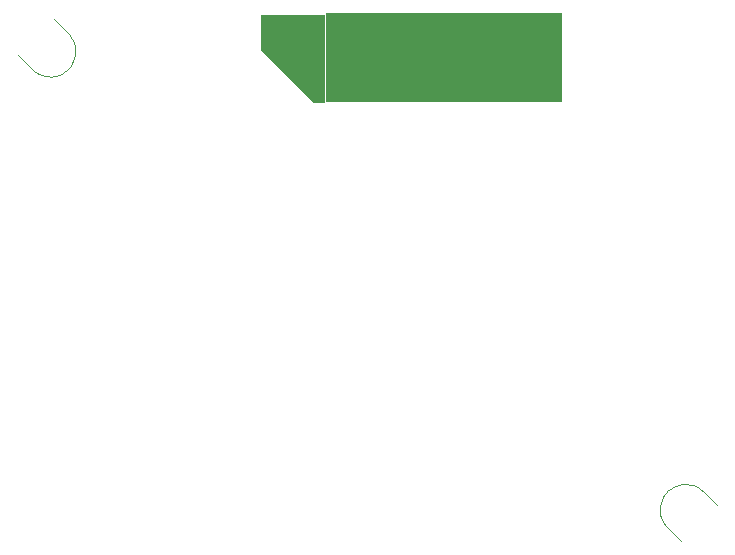
<source format=gko>
G04*
G04 #@! TF.GenerationSoftware,Altium Limited,Altium Designer,21.6.1 (37)*
G04*
G04 Layer_Color=16711935*
%FSLAX44Y44*%
%MOMM*%
G71*
G04*
G04 #@! TF.SameCoordinates,7F95C58A-CF7D-4278-AF47-FD52C239B5E1*
G04*
G04*
G04 #@! TF.FilePolarity,Positive*
G04*
G01*
G75*
%ADD157C,0.1000*%
G36*
X254000Y375500D02*
X209500Y420000D01*
Y450000D01*
X264250D01*
Y375500D01*
D01*
X254000D01*
D02*
G37*
G36*
X465000Y376075D02*
X265000D01*
X265000Y451575D01*
X465000D01*
X465000Y376075D01*
D02*
G37*
D157*
X15811Y403797D02*
X17678Y402135D01*
X19726Y400701D01*
X21927Y399514D01*
X24251Y398591D01*
X26666Y397944D01*
X29140Y397582D01*
X31639Y397509D01*
X34130Y397727D01*
X36578Y398232D01*
X38952Y399019D01*
X41218Y400075D01*
X43346Y401388D01*
X45307Y402939D01*
X47075Y404707D01*
X48625Y406668D01*
X49938Y408796D01*
X50995Y411062D01*
X51781Y413435D01*
X52287Y415884D01*
X52505Y418375D01*
X52432Y420874D01*
X52070Y423348D01*
X51423Y425763D01*
X50499Y428086D01*
X49313Y430287D01*
X47878Y432335D01*
X46216Y434203D01*
X584189Y46203D02*
X582322Y47865D01*
X580274Y49299D01*
X578073Y50486D01*
X575749Y51409D01*
X573334Y52056D01*
X570860Y52418D01*
X568361Y52491D01*
X565870Y52273D01*
X563422Y51768D01*
X561048Y50981D01*
X558782Y49925D01*
X556654Y48612D01*
X554693Y47061D01*
X552925Y45293D01*
X551375Y43332D01*
X550062Y41204D01*
X549005Y38938D01*
X548219Y36565D01*
X547713Y34116D01*
X547495Y31625D01*
X547568Y29126D01*
X547930Y26652D01*
X548577Y24237D01*
X549501Y21914D01*
X550687Y19713D01*
X552122Y17665D01*
X553784Y15797D01*
X34547Y445872D02*
X46216Y434203D01*
X4143Y415465D02*
X15811Y403797D01*
X584189Y46203D02*
X595857Y34535D01*
X553784Y15797D02*
X565453Y4128D01*
M02*

</source>
